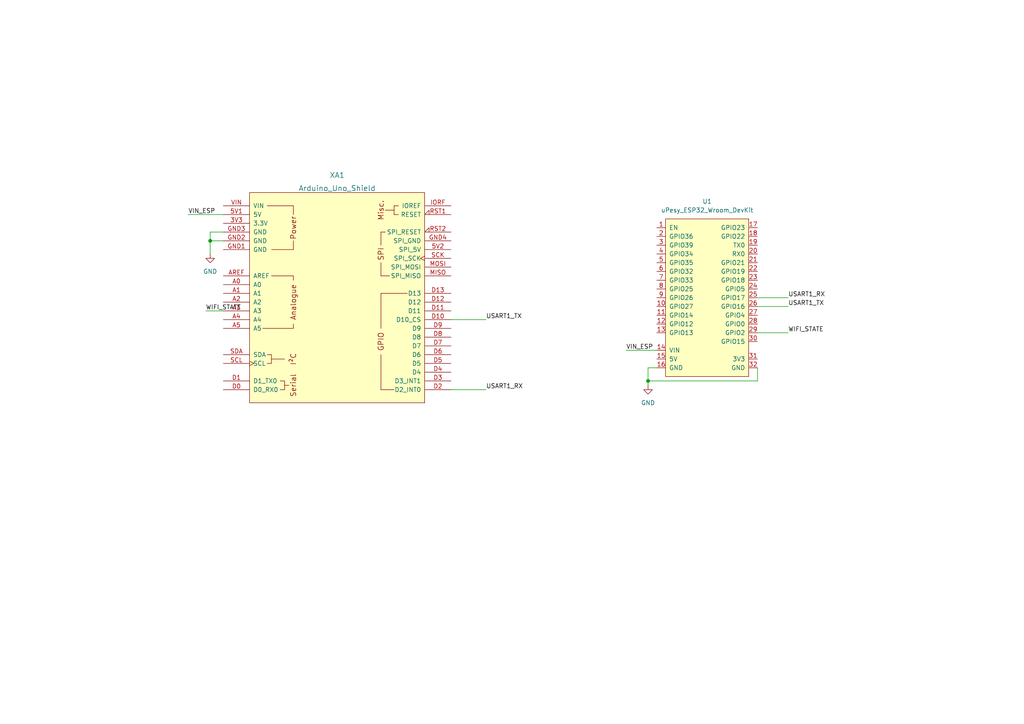
<source format=kicad_sch>
(kicad_sch (version 20211123) (generator eeschema)
  (paper "A4")
  (lib_symbols
    (symbol "arduino Boards:Arduino_Uno_Shield" (pin_names (offset 1.016))
      (property "Reference" "XA" (at 2.54 0 90))
      (property "Value" "Arduino_Uno_Shield" (at -2.54 0 90))
      (symbol "Arduino_Uno_Shield_0_0"
        (rectangle (start -25.4 30.48) (end 25.4 -30.48) (fill (type background)))
        (rectangle (start -20.32 -26.67) (end -12.7 -26.67))
        (rectangle (start -19.05 -13.97) (end -12.7 -13.97))
        (polyline (pts (xy -19.05 17.78) (xy -15.24 17.78)))
        (polyline (pts (xy -15.24 25.4) (xy -13.97 25.4)))
        (polyline (pts (xy -12.7 -26.67) (xy -12.7 -24.13)))
        (polyline (pts (xy -12.7 -15.24) (xy -12.7 -16.51)))
        (polyline (pts (xy -12.7 -13.97) (xy -12.7 -15.24)))
        (polyline (pts (xy -12.7 -5.08) (xy -12.7 -6.35) (xy -19.05 -6.35)))
        (polyline (pts (xy -12.7 7.62) (xy -12.7 8.89) (xy -21.59 8.89)))
        (polyline (pts (xy 12.7 8.89) (xy 12.7 -1.27) (xy 20.32 -1.27)))
        (polyline (pts (xy 12.7 16.51) (xy 12.7 26.67) (xy 16.51 26.67)))
        (polyline (pts (xy -20.32 19.05) (xy -19.05 19.05) (xy -19.05 16.51) (xy -20.32 16.51)))
        (polyline (pts (xy -16.51 26.67) (xy -15.24 26.67) (xy -15.24 24.13) (xy -16.51 24.13)))
        (rectangle (start 12.7 -19.05) (end 12.7 -15.24))
        (rectangle (start 12.7 -10.16) (end 12.7 -6.35))
        (rectangle (start 13.97 -19.05) (end 12.7 -19.05))
        (rectangle (start 15.24 -6.35) (end 12.7 -6.35))
        (rectangle (start 16.51 -25.4) (end 13.97 -25.4))
        (rectangle (start 16.51 -24.13) (end 16.51 -26.67))
        (rectangle (start 17.78 -26.67) (end 16.51 -26.67))
        (rectangle (start 17.78 -24.13) (end 16.51 -24.13))
        (text "Analogue" (at -12.7 1.27 900) (effects (font (size 1.524 1.524))))
        (text "I²C" (at -12.7 17.78 900) (effects (font (size 1.524 1.524))))
        (text "Misc." (at 12.7 -25.4 900) (effects (font (size 1.524 1.524))))
        (text "Power" (at -12.7 -20.32 900) (effects (font (size 1.524 1.524))))
        (text "Serial" (at -12.7 25.4 900) (effects (font (size 1.524 1.524))))
        (text "SPI" (at 12.7 -12.7 900) (effects (font (size 1.524 1.524))))
      )
      (symbol "Arduino_Uno_Shield_1_0"
        (text "GPIO" (at 12.7 12.7 900) (effects (font (size 1.524 1.524))))
      )
      (symbol "Arduino_Uno_Shield_1_1"
        (pin power_out line (at -33.02 -21.59 0) (length 7.62) (name "3.3V") (number "3V3"))
        (pin power_in line (at -33.02 -24.13 0) (length 7.62) (name "5V") (number "5V1"))
        (pin power_in line (at 33.02 -13.97 180) (length 7.62) (name "SPI_5V") (number "5V2"))
        (pin bidirectional line (at -33.02 -3.81 0) (length 7.62) (name "A0") (number "A0"))
        (pin bidirectional line (at -33.02 -1.27 0) (length 7.62) (name "A1") (number "A1"))
        (pin bidirectional line (at -33.02 1.27 0) (length 7.62) (name "A2") (number "A2"))
        (pin bidirectional line (at -33.02 3.81 0) (length 7.62) (name "A3") (number "A3"))
        (pin bidirectional line (at -33.02 6.35 0) (length 7.62) (name "A4") (number "A4"))
        (pin bidirectional line (at -33.02 8.89 0) (length 7.62) (name "A5") (number "A5"))
        (pin input line (at -33.02 -6.35 0) (length 7.62) (name "AREF") (number "AREF"))
        (pin bidirectional line (at -33.02 26.67 0) (length 7.62) (name "D0_RX0") (number "D0"))
        (pin bidirectional line (at -33.02 24.13 0) (length 7.62) (name "D1_TX0") (number "D1"))
        (pin bidirectional line (at 33.02 6.35 180) (length 7.62) (name "D10_CS") (number "D10"))
        (pin bidirectional line (at 33.02 3.81 180) (length 7.62) (name "D11") (number "D11"))
        (pin bidirectional line (at 33.02 1.27 180) (length 7.62) (name "D12") (number "D12"))
        (pin bidirectional line (at 33.02 -1.27 180) (length 7.62) (name "D13") (number "D13"))
        (pin bidirectional line (at 33.02 26.67 180) (length 7.62) (name "D2_INT0") (number "D2"))
        (pin bidirectional line (at 33.02 24.13 180) (length 7.62) (name "D3_INT1") (number "D3"))
        (pin bidirectional line (at 33.02 21.59 180) (length 7.62) (name "D4") (number "D4"))
        (pin bidirectional line (at 33.02 19.05 180) (length 7.62) (name "D5") (number "D5"))
        (pin bidirectional line (at 33.02 16.51 180) (length 7.62) (name "D6") (number "D6"))
        (pin bidirectional line (at 33.02 13.97 180) (length 7.62) (name "D7") (number "D7"))
        (pin bidirectional line (at 33.02 11.43 180) (length 7.62) (name "D8") (number "D8"))
        (pin bidirectional line (at 33.02 8.89 180) (length 7.62) (name "D9") (number "D9"))
        (pin power_in line (at -33.02 -13.97 0) (length 7.62) (name "GND") (number "GND1"))
        (pin power_in line (at -33.02 -16.51 0) (length 7.62) (name "GND") (number "GND2"))
        (pin power_in line (at -33.02 -19.05 0) (length 7.62) (name "GND") (number "GND3"))
        (pin power_in line (at 33.02 -16.51 180) (length 7.62) (name "SPI_GND") (number "GND4"))
        (pin output line (at 33.02 -26.67 180) (length 7.62) (name "IOREF") (number "IORF"))
        (pin input line (at 33.02 -6.35 180) (length 7.62) (name "SPI_MISO") (number "MISO"))
        (pin output line (at 33.02 -8.89 180) (length 7.62) (name "SPI_MOSI") (number "MOSI"))
        (pin open_collector input_low (at 33.02 -24.13 180) (length 7.62) (name "RESET") (number "RST1"))
        (pin open_collector input_low (at 33.02 -19.05 180) (length 7.62) (name "SPI_RESET") (number "RST2"))
        (pin output clock (at 33.02 -11.43 180) (length 7.62) (name "SPI_SCK") (number "SCK"))
        (pin bidirectional clock (at -33.02 19.05 0) (length 7.62) (name "SCL") (number "SCL"))
        (pin bidirectional line (at -33.02 16.51 0) (length 7.62) (name "SDA") (number "SDA"))
        (pin power_in line (at -33.02 -26.67 0) (length 7.62) (name "VIN") (number "VIN"))
      )
    )
    (symbol "power:GND" (power) (pin_names (offset 0))
      (property "Value" "GND" (at 0 -3.81 0))
      (symbol "GND_0_1"
        (polyline (pts (xy 0 0) (xy 0 -1.27) (xy 1.27 -1.27) (xy 0 -2.54) (xy -1.27 -1.27) (xy 0 -1.27)))
      )
      (symbol "GND_1_1"
        (pin power_in line (at 0 0 270) (length 0) hide (name "GND") (number "1"))
      )
    )
    (symbol "uPesy Boards:uPesy_ESP32_Wroom_DevKit" (pin_names (offset 1.016))
      (property "Reference" "U" (at 0 26.67 0))
      (property "Value" "uPesy_ESP32_Wroom_DevKit" (at 0 -24.13 0))
      (symbol "uPesy_ESP32_Wroom_DevKit_0_0"
        (pin bidirectional line (at -13.97 -1.27 0) (length 2.54) (name "GPIO27") (number "10"))
        (pin bidirectional line (at -13.97 -3.81 0) (length 2.54) (name "GPIO14") (number "11"))
        (pin bidirectional line (at -13.97 -6.35 0) (length 2.54) (name "GPIO12") (number "12"))
        (pin bidirectional line (at -13.97 -8.89 0) (length 2.54) (name "GPIO13") (number "13"))
        (pin power_out line (at -13.97 -16.51 0) (length 2.54) (name "5V") (number "15"))
        (pin power_out line (at -13.97 -19.05 0) (length 2.54) (name "GND") (number "16"))
        (pin bidirectional line (at 15.24 21.59 180) (length 2.54) (name "GPIO23") (number "17"))
        (pin bidirectional line (at 15.24 19.05 180) (length 2.54) (name "GPIO22") (number "18"))
        (pin bidirectional line (at 15.24 16.51 180) (length 2.54) (name "TX0") (number "19"))
        (pin bidirectional line (at 15.24 13.97 180) (length 2.54) (name "RX0") (number "20"))
        (pin bidirectional line (at 15.24 11.43 180) (length 2.54) (name "GPIO21") (number "21"))
        (pin bidirectional line (at 15.24 8.89 180) (length 2.54) (name "GPIO19") (number "22"))
        (pin bidirectional line (at 15.24 6.35 180) (length 2.54) (name "GPIO18") (number "23"))
        (pin bidirectional line (at 15.24 3.81 180) (length 2.54) (name "GPIO5") (number "24"))
        (pin bidirectional line (at 15.24 1.27 180) (length 2.54) (name "GPIO17") (number "25"))
        (pin bidirectional line (at 15.24 -1.27 180) (length 2.54) (name "GPIO16") (number "26"))
        (pin bidirectional line (at 15.24 -3.81 180) (length 2.54) (name "GPIO4") (number "27"))
        (pin bidirectional line (at 15.24 -6.35 180) (length 2.54) (name "GPIO0") (number "28"))
        (pin bidirectional line (at 15.24 -8.89 180) (length 2.54) (name "GPIO2") (number "29"))
        (pin bidirectional line (at 15.24 -11.43 180) (length 2.54) (name "GPIO15") (number "30"))
        (pin power_out line (at 15.24 -16.51 180) (length 2.54) (name "3V3") (number "31"))
        (pin power_out line (at 15.24 -19.05 180) (length 2.54) (name "GND") (number "32"))
        (pin bidirectional line (at -13.97 1.27 0) (length 2.54) (name "GPIO26") (number "9"))
      )
      (symbol "uPesy_ESP32_Wroom_DevKit_0_1"
        (rectangle (start -11.43 24.13) (end 12.7 -21.59) (fill (type background)))
        (pin bidirectional line (at -13.97 3.81 0) (length 2.54) (name "GPIO25") (number "8"))
      )
      (symbol "uPesy_ESP32_Wroom_DevKit_1_1"
        (pin input line (at -13.97 21.59 0) (length 2.54) (name "EN") (number "1"))
        (pin power_in line (at -13.97 -13.97 0) (length 2.54) (name "VIN") (number "14"))
        (pin input line (at -13.97 19.05 0) (length 2.54) (name "GPIO36") (number "2"))
        (pin input line (at -13.97 16.51 0) (length 2.54) (name "GPIO39") (number "3"))
        (pin input line (at -13.97 13.97 0) (length 2.54) (name "GPIO34") (number "4"))
        (pin input line (at -13.97 11.43 0) (length 2.54) (name "GPIO35") (number "5"))
        (pin bidirectional line (at -13.97 8.89 0) (length 2.54) (name "GPIO32") (number "6"))
        (pin bidirectional line (at -13.97 6.35 0) (length 2.54) (name "GPIO33") (number "7"))
      )
    )
  )
  (junction (at 187.96 110.49))
  (junction (at 60.96 69.85))
  (wire (pts (xy 181.61 101.6) (xy 190.5 101.6)))
  (wire (pts (xy 219.71 88.9) (xy 228.6 88.9)))
  (wire (pts (xy 187.96 106.68) (xy 187.96 110.49)))
  (wire (pts (xy 219.71 96.52) (xy 228.6 96.52)))
  (wire (pts (xy 219.71 106.68) (xy 219.71 110.49)))
  (wire (pts (xy 219.71 110.49) (xy 187.96 110.49)))
  (wire (pts (xy 130.81 92.71) (xy 140.97 92.71)))
  (wire (pts (xy 64.77 67.31) (xy 60.96 67.31)))
  (wire (pts (xy 60.96 69.85) (xy 64.77 69.85)))
  (wire (pts (xy 219.71 86.36) (xy 228.6 86.36)))
  (wire (pts (xy 60.96 67.31) (xy 60.96 69.85)))
  (wire (pts (xy 54.61 62.23) (xy 64.77 62.23)))
  (wire (pts (xy 187.96 110.49) (xy 187.96 111.76)))
  (wire (pts (xy 60.96 69.85) (xy 60.96 73.66)))
  (wire (pts (xy 190.5 106.68) (xy 187.96 106.68)))
  (wire (pts (xy 59.69 90.17) (xy 64.77 90.17)))
  (wire (pts (xy 130.81 113.03) (xy 140.97 113.03)))
  (label "VIN_ESP" (at 54.61 62.23 0))
  (label "USART1_RX" (at 228.6 86.36 0))
  (label "USART1_TX" (at 228.6 88.9 0))
  (label "VIN_ESP" (at 181.61 101.6 0))
  (label "USART1_TX" (at 140.97 92.71 0))
  (label "USART1_RX" (at 140.97 113.03 0))
  (label "WIFI_STATE" (at 228.6 96.52 0))
  (label "WIFI_STATE" (at 59.69 90.17 0))
  (symbol (lib_id "power:GND") (at 187.96 111.76 0) (unit 1)
    (property "Reference" "#PWR0101" (effects hide))
    (property "Value" "GND" (at 187.96 116.84 0))
  )
  (symbol (lib_id "uPesy Boards:uPesy_ESP32_Wroom_DevKit") (at 204.47 87.63 0) (unit 1)
    (property "Reference" "U1" (at 205.105 58.42 0))
    (property "Value" "uPesy_ESP32_Wroom_DevKit" (at 205.105 60.96 0))
    (property "Footprint" "uPesy Boards:uPesy_ESP32_Wroom_DevKit" (effects hide))
    (property "Datasheet" "https://www.upesy.com/products/upesy-esp32-wroom-devkit-board" (effects hide))
  )
  (symbol (lib_id "arduino Boards:Arduino_Uno_Shield") (at 97.79 86.36 0) (mirror x) (unit 1)
    (property "Reference" "XA1" (at 97.79 50.8 0) (effects (font (size 1.524 1.524))))
    (property "Value" "Arduino_Uno_Shield" (at 97.79 54.61 0) (effects (font (size 1.524 1.524))))
    (property "Footprint" "arduino Boards:Arduino_Uno_Shield" (effects hide))
    (property "Datasheet" "https://docs.arduino.cc/hardware/uno-rev3" (effects hide))
  )
  (symbol (lib_id "power:GND") (at 60.96 73.66 0) (unit 1)
    (property "Reference" "#PWR0102" (effects hide))
    (property "Value" "GND" (at 60.96 78.74 0))
  )
)
</source>
